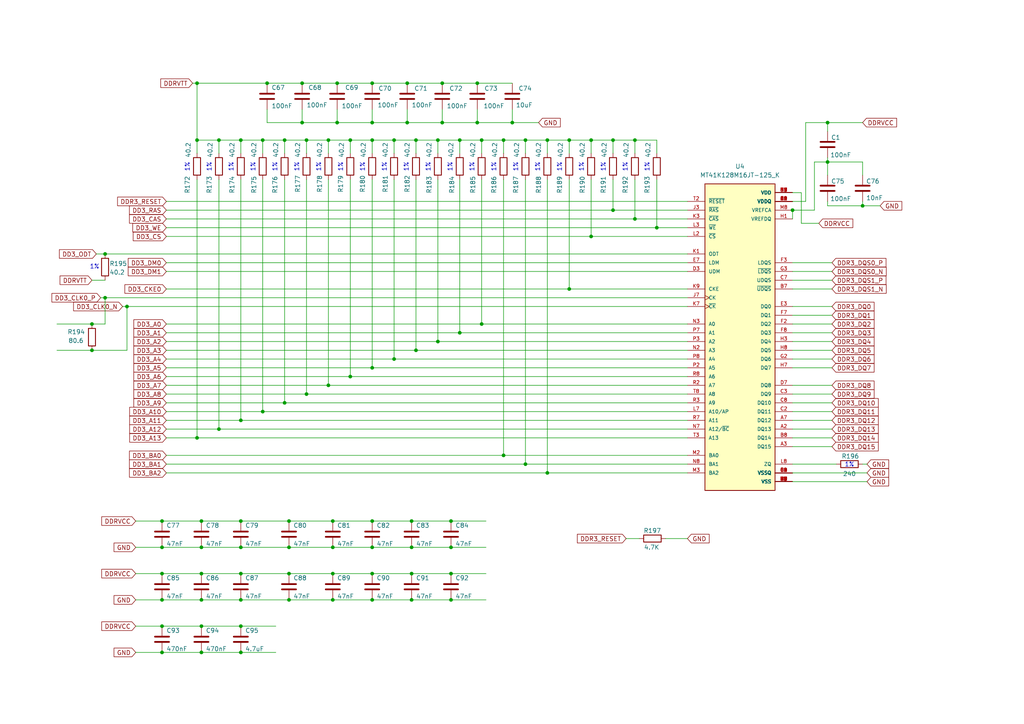
<source format=kicad_sch>
(kicad_sch (version 20231120) (generator "eeschema") (generator_version "8.0")
  (paper "A4")
  (title_block (title "ZYMA_ADC_FPGA") (date "2024-06-28") (rev "V01") (company "SHAKRA INNOVATIONS PVT LIMITED"))
  (lib_symbols
    (symbol "Device:C" (pin_numbers hide) (pin_names (offset 0.254))
      (property "Reference" "C" (at 0.635 2.54 0))
      (property "Value" "C" (at 0.635 -2.54 0))
      (symbol "C_0_1"
        (polyline (pts (xy -2.032 -0.762) (xy 2.032 -0.762)) (stroke (width 0.508)))
        (polyline (pts (xy -2.032 0.762) (xy 2.032 0.762)) (stroke (width 0.508)))
      )
      (symbol "C_1_1"
        (pin passive line (at 0 3.81 270) (length 2.794) (name "~") (number "1"))
        (pin passive line (at 0 -3.81 90) (length 2.794) (name "~") (number "2"))
      )
    )
    (symbol "Device:R" (pin_numbers hide) (pin_names (offset 0))
      (property "Reference" "R" (at 2.032 0 90))
      (property "Value" "R" (at 0 0 90))
      (symbol "R_0_1"
        (rectangle (start -1.016 -2.54) (end 1.016 2.54) (stroke (width 0.254)))
      )
      (symbol "R_1_1"
        (pin passive line (at 0 3.81 270) (length 1.27) (name "~") (number "1"))
        (pin passive line (at 0 -3.81 90) (length 1.27) (name "~") (number "2"))
      )
    )
    (symbol "New_Library:MT41K128M16JT-125_K" (pin_names (offset 1.016))
      (property "Reference" "U" (at -10.1622 48.2704 0))
      (property "Value" "MT41K128M16JT-125_K" (at -10.1707 -43.2253 0))
      (symbol "MT41K128M16JT-125_K_0_0"
        (rectangle (start -10.16 -40.64) (end 10.16 48.26) (stroke (width 0.254)) (fill (type background)))
        (pin power_in line (at 15.24 43.18 180) (length 5.08) (name "VDDQ") (number "A1"))
        (pin bidirectional line (at 15.24 -22.86 180) (length 5.08) (name "DQ13") (number "A2"))
        (pin bidirectional line (at 15.24 -27.94 180) (length 5.08) (name "DQ15") (number "A3"))
        (pin bidirectional line (at 15.24 -20.32 180) (length 5.08) (name "DQ12") (number "A7"))
        (pin power_in line (at 15.24 43.18 180) (length 5.08) (name "VDDQ") (number "A8"))
        (pin passive line (at 15.24 -38.1 180) (length 5.08) (name "VSS") (number "A9"))
        (pin passive line (at 15.24 -35.56 180) (length 5.08) (name "VSSQ") (number "B1"))
        (pin power_in line (at 15.24 45.72 180) (length 5.08) (name "VDD") (number "B2"))
        (pin passive line (at 15.24 -38.1 180) (length 5.08) (name "VSS") (number "B3"))
        (pin bidirectional line (at 15.24 17.78 180) (length 5.08) (name "~{UDQS}") (number "B7"))
        (pin bidirectional line (at 15.24 -25.4 180) (length 5.08) (name "DQ14") (number "B8"))
        (pin passive line (at 15.24 -35.56 180) (length 5.08) (name "VSSQ") (number "B9"))
        (pin power_in line (at 15.24 43.18 180) (length 5.08) (name "VDDQ") (number "C1"))
        (pin bidirectional line (at 15.24 -17.78 180) (length 5.08) (name "DQ11") (number "C2"))
        (pin bidirectional line (at 15.24 -12.7 180) (length 5.08) (name "DQ9") (number "C3"))
        (pin bidirectional line (at 15.24 20.32 180) (length 5.08) (name "UDQS") (number "C7"))
        (pin bidirectional line (at 15.24 -15.24 180) (length 5.08) (name "DQ10") (number "C8"))
        (pin power_in line (at 15.24 43.18 180) (length 5.08) (name "VDDQ") (number "C9"))
        (pin passive line (at 15.24 -35.56 180) (length 5.08) (name "VSSQ") (number "D1"))
        (pin power_in line (at 15.24 43.18 180) (length 5.08) (name "VDDQ") (number "D2"))
        (pin input line (at -15.24 22.86 0) (length 5.08) (name "UDM") (number "D3"))
        (pin bidirectional line (at 15.24 -10.16 180) (length 5.08) (name "DQ8") (number "D7"))
        (pin passive line (at 15.24 -35.56 180) (length 5.08) (name "VSSQ") (number "D8"))
        (pin power_in line (at 15.24 45.72 180) (length 5.08) (name "VDD") (number "D9"))
        (pin passive line (at 15.24 -38.1 180) (length 5.08) (name "VSS") (number "E1"))
        (pin passive line (at 15.24 -35.56 180) (length 5.08) (name "VSSQ") (number "E2"))
        (pin bidirectional line (at 15.24 12.7 180) (length 5.08) (name "DQ0") (number "E3"))
        (pin input line (at -15.24 25.4 0) (length 5.08) (name "LDM") (number "E7"))
        (pin passive line (at 15.24 -35.56 180) (length 5.08) (name "VSSQ") (number "E8"))
        (pin power_in line (at 15.24 43.18 180) (length 5.08) (name "VDDQ") (number "E9"))
        (pin power_in line (at 15.24 43.18 180) (length 5.08) (name "VDDQ") (number "F1"))
        (pin bidirectional line (at 15.24 7.62 180) (length 5.08) (name "DQ2") (number "F2"))
        (pin bidirectional line (at 15.24 25.4 180) (length 5.08) (name "LDQS") (number "F3"))
        (pin bidirectional line (at 15.24 10.16 180) (length 5.08) (name "DQ1") (number "F7"))
        (pin bidirectional line (at 15.24 5.08 180) (length 5.08) (name "DQ3") (number "F8"))
        (pin passive line (at 15.24 -35.56 180) (length 5.08) (name "VSSQ") (number "F9"))
        (pin passive line (at 15.24 -35.56 180) (length 5.08) (name "VSSQ") (number "G1"))
        (pin bidirectional line (at 15.24 -2.54 180) (length 5.08) (name "DQ6") (number "G2"))
        (pin bidirectional line (at 15.24 22.86 180) (length 5.08) (name "~{LDQS}") (number "G3"))
        (pin power_in line (at 15.24 45.72 180) (length 5.08) (name "VDD") (number "G7"))
        (pin passive line (at 15.24 -38.1 180) (length 5.08) (name "VSS") (number "G8"))
        (pin passive line (at 15.24 -35.56 180) (length 5.08) (name "VSSQ") (number "G9"))
        (pin power_in line (at 15.24 38.1 180) (length 5.08) (name "VREFDQ") (number "H1"))
        (pin power_in line (at 15.24 43.18 180) (length 5.08) (name "VDDQ") (number "H2"))
        (pin bidirectional line (at 15.24 2.54 180) (length 5.08) (name "DQ4") (number "H3"))
        (pin bidirectional line (at 15.24 -5.08 180) (length 5.08) (name "DQ7") (number "H7"))
        (pin bidirectional line (at 15.24 0 180) (length 5.08) (name "DQ5") (number "H8"))
        (pin power_in line (at 15.24 43.18 180) (length 5.08) (name "VDDQ") (number "H9"))
        (pin passive line (at 15.24 -38.1 180) (length 5.08) (name "VSS") (number "J2"))
        (pin input line (at -15.24 40.64 0) (length 5.08) (name "~{RAS}") (number "J3"))
        (pin input clock (at -15.24 15.24 0) (length 5.08) (name "CK") (number "J7"))
        (pin passive line (at 15.24 -38.1 180) (length 5.08) (name "VSS") (number "J8"))
        (pin input line (at -15.24 27.94 0) (length 5.08) (name "ODT") (number "K1"))
        (pin power_in line (at 15.24 45.72 180) (length 5.08) (name "VDD") (number "K2"))
        (pin input line (at -15.24 38.1 0) (length 5.08) (name "~{CAS}") (number "K3"))
        (pin input clock (at -15.24 12.7 0) (length 5.08) (name "~{CK}") (number "K7"))
        (pin power_in line (at 15.24 45.72 180) (length 5.08) (name "VDD") (number "K8"))
        (pin input line (at -15.24 17.78 0) (length 5.08) (name "CKE") (number "K9"))
        (pin input line (at -15.24 33.02 0) (length 5.08) (name "~{CS}") (number "L2"))
        (pin input line (at -15.24 35.56 0) (length 5.08) (name "~{WE}") (number "L3"))
        (pin input line (at -15.24 -17.78 0) (length 5.08) (name "A10/AP") (number "L7"))
        (pin passive line (at 15.24 -33.02 180) (length 5.08) (name "ZQ") (number "L8"))
        (pin passive line (at 15.24 -38.1 180) (length 5.08) (name "VSS") (number "M1"))
        (pin input line (at -15.24 -30.48 0) (length 5.08) (name "BA0") (number "M2"))
        (pin input line (at -15.24 -35.56 0) (length 5.08) (name "BA2") (number "M3"))
        (pin power_in line (at 15.24 40.64 180) (length 5.08) (name "VREFCA") (number "M8"))
        (pin passive line (at 15.24 -38.1 180) (length 5.08) (name "VSS") (number "M9"))
        (pin power_in line (at 15.24 45.72 180) (length 5.08) (name "VDD") (number "N1"))
        (pin input line (at -15.24 0 0) (length 5.08) (name "A3") (number "N2"))
        (pin input line (at -15.24 7.62 0) (length 5.08) (name "A0") (number "N3"))
        (pin input line (at -15.24 -22.86 0) (length 5.08) (name "A12/~{BC}") (number "N7"))
        (pin input line (at -15.24 -33.02 0) (length 5.08) (name "BA1") (number "N8"))
        (pin power_in line (at 15.24 45.72 180) (length 5.08) (name "VDD") (number "N9"))
        (pin passive line (at 15.24 -38.1 180) (length 5.08) (name "VSS") (number "P1"))
        (pin input line (at -15.24 -5.08 0) (length 5.08) (name "A5") (number "P2"))
        (pin input line (at -15.24 2.54 0) (length 5.08) (name "A2") (number "P3"))
        (pin input line (at -15.24 5.08 0) (length 5.08) (name "A1") (number "P7"))
        (pin input line (at -15.24 -2.54 0) (length 5.08) (name "A4") (number "P8"))
        (pin passive line (at 15.24 -38.1 180) (length 5.08) (name "VSS") (number "P9"))
        (pin power_in line (at 15.24 45.72 180) (length 5.08) (name "VDD") (number "R1"))
        (pin input line (at -15.24 -10.16 0) (length 5.08) (name "A7") (number "R2"))
        (pin input line (at -15.24 -15.24 0) (length 5.08) (name "A9") (number "R3"))
        (pin input line (at -15.24 -20.32 0) (length 5.08) (name "A11") (number "R7"))
        (pin input line (at -15.24 -7.62 0) (length 5.08) (name "A6") (number "R8"))
        (pin power_in line (at 15.24 45.72 180) (length 5.08) (name "VDD") (number "R9"))
        (pin passive line (at 15.24 -38.1 180) (length 5.08) (name "VSS") (number "T1"))
        (pin input line (at -15.24 43.18 0) (length 5.08) (name "~{RESET}") (number "T2"))
        (pin input line (at -15.24 -25.4 0) (length 5.08) (name "A13") (number "T3"))
        (pin input line (at -15.24 -12.7 0) (length 5.08) (name "A8") (number "T8"))
        (pin passive line (at 15.24 -38.1 180) (length 5.08) (name "VSS") (number "T9"))
      )
    )
  )
  (junction (at 133.35 40.64))
  (junction (at 177.8 40.64))
  (junction (at 158.75 40.64))
  (junction (at 82.55 116.84))
  (junction (at 57.15 40.64))
  (junction (at 95.25 111.76))
  (junction (at 107.95 158.75))
  (junction (at 58.42 181.61))
  (junction (at 158.75 137.16))
  (junction (at 58.42 158.75))
  (junction (at 87.63 24.13))
  (junction (at 139.7 40.64))
  (junction (at 118.11 24.13))
  (junction (at 95.25 40.64))
  (junction (at 128.27 35.56))
  (junction (at 119.38 158.75))
  (junction (at 46.99 189.23))
  (junction (at 88.9 40.64))
  (junction (at 97.79 24.13))
  (junction (at 146.05 132.08))
  (junction (at 76.2 119.38))
  (junction (at 138.43 24.13))
  (junction (at 107.95 166.37))
  (junction (at 46.99 181.61))
  (junction (at 171.45 68.58))
  (junction (at 120.65 101.6))
  (junction (at 63.5 40.64))
  (junction (at 96.52 166.37))
  (junction (at 107.95 24.13))
  (junction (at 165.1 40.64))
  (junction (at 127 40.64))
  (junction (at 30.48 86.36))
  (junction (at 26.67 93.98))
  (junction (at 83.82 158.75))
  (junction (at 83.82 166.37))
  (junction (at 107.95 173.99))
  (junction (at 69.85 181.61))
  (junction (at 69.85 166.37))
  (junction (at 96.52 158.75))
  (junction (at 87.63 35.56))
  (junction (at 152.4 40.64))
  (junction (at 69.85 40.64))
  (junction (at 130.81 173.99))
  (junction (at 130.81 151.13))
  (junction (at 96.52 173.99))
  (junction (at 229.87 60.96))
  (junction (at 26.67 101.6))
  (junction (at 58.42 173.99))
  (junction (at 69.85 151.13))
  (junction (at 82.55 40.64))
  (junction (at 138.43 35.56))
  (junction (at 240.03 35.56))
  (junction (at 58.42 166.37))
  (junction (at 101.6 109.22))
  (junction (at 46.99 151.13))
  (junction (at 139.7 93.98))
  (junction (at 114.3 104.14))
  (junction (at 76.2 40.64))
  (junction (at 69.85 158.75))
  (junction (at 46.99 173.99))
  (junction (at 101.6 40.64))
  (junction (at 88.9 114.3))
  (junction (at 83.82 151.13))
  (junction (at 165.1 83.82))
  (junction (at 128.27 24.13))
  (junction (at 46.99 166.37))
  (junction (at 97.79 35.56))
  (junction (at 119.38 173.99))
  (junction (at 146.05 40.64))
  (junction (at 57.15 127))
  (junction (at 58.42 151.13))
  (junction (at 152.4 134.62))
  (junction (at 171.45 40.64))
  (junction (at 83.82 173.99))
  (junction (at 77.47 24.13))
  (junction (at 46.99 158.75))
  (junction (at 69.85 189.23))
  (junction (at 69.85 173.99))
  (junction (at 127 99.06))
  (junction (at 96.52 151.13))
  (junction (at 133.35 96.52))
  (junction (at 190.5 66.04))
  (junction (at 184.15 63.5))
  (junction (at 130.81 166.37))
  (junction (at 58.42 189.23))
  (junction (at 119.38 151.13))
  (junction (at 114.3 40.64))
  (junction (at 119.38 166.37))
  (junction (at 30.48 73.66))
  (junction (at 57.15 24.13))
  (junction (at 69.85 121.92))
  (junction (at 120.65 40.64))
  (junction (at 107.95 106.68))
  (junction (at 148.59 35.56))
  (junction (at 107.95 40.64))
  (junction (at 118.11 35.56))
  (junction (at 107.95 151.13))
  (junction (at 240.03 46.99))
  (junction (at 63.5 124.46))
  (junction (at 36.83 88.9))
  (junction (at 107.95 35.56))
  (junction (at 130.81 158.75))
  (junction (at 177.8 60.96))
  (junction (at 184.15 40.64))
  (junction (at 250.19 59.69))
  (wire (pts (xy 165.1 40.64) (xy 171.45 40.64)))
  (wire (pts (xy 69.85 189.23) (xy 80.01 189.23)))
  (wire (pts (xy 87.63 35.56) (xy 97.79 35.56)))
  (wire (pts (xy 165.1 52.07) (xy 165.1 83.82)))
  (wire (pts (xy 250.19 46.99) (xy 250.19 50.8)))
  (wire (pts (xy 241.3 129.54) (xy 229.87 129.54)))
  (wire (pts (xy 57.15 127) (xy 199.39 127)))
  (wire (pts (xy 36.83 88.9) (xy 36.83 101.6)))
  (wire (pts (xy 48.26 99.06) (xy 127 99.06)))
  (wire (pts (xy 146.05 132.08) (xy 199.39 132.08)))
  (wire (pts (xy 233.68 35.56) (xy 240.03 35.56)))
  (wire (pts (xy 48.26 83.82) (xy 165.1 83.82)))
  (wire (pts (xy 48.26 106.68) (xy 107.95 106.68)))
  (wire (pts (xy 107.95 31.75) (xy 107.95 35.56)))
  (wire (pts (xy 127 99.06) (xy 199.39 99.06)))
  (wire (pts (xy 107.95 24.13) (xy 118.11 24.13)))
  (wire (pts (xy 63.5 52.07) (xy 63.5 124.46)))
  (wire (pts (xy 240.03 46.99) (xy 250.19 46.99)))
  (wire (pts (xy 36.83 88.9) (xy 199.39 88.9)))
  (wire (pts (xy 241.3 81.28) (xy 229.87 81.28)))
  (wire (pts (xy 233.68 58.42) (xy 233.68 35.56)))
  (wire (pts (xy 46.99 173.99) (xy 58.42 173.99)))
  (wire (pts (xy 165.1 40.64) (xy 165.1 44.45)))
  (wire (pts (xy 177.8 52.07) (xy 177.8 60.96)))
  (wire (pts (xy 177.8 40.64) (xy 184.15 40.64)))
  (wire (pts (xy 16.51 93.98) (xy 26.67 93.98)))
  (wire (pts (xy 76.2 52.07) (xy 76.2 119.38)))
  (wire (pts (xy 48.26 104.14) (xy 114.3 104.14)))
  (wire (pts (xy 58.42 173.99) (xy 69.85 173.99)))
  (wire (pts (xy 241.3 96.52) (xy 229.87 96.52)))
  (wire (pts (xy 184.15 40.64) (xy 184.15 44.45)))
  (wire (pts (xy 240.03 35.56) (xy 250.19 35.56)))
  (wire (pts (xy 26.67 81.28) (xy 30.48 81.28)))
  (wire (pts (xy 236.22 60.96) (xy 236.22 46.99)))
  (wire (pts (xy 48.26 114.3) (xy 88.9 114.3)))
  (wire (pts (xy 63.5 40.64) (xy 69.85 40.64)))
  (wire (pts (xy 107.95 166.37) (xy 119.38 166.37)))
  (wire (pts (xy 76.2 40.64) (xy 82.55 40.64)))
  (wire (pts (xy 148.59 31.75) (xy 148.59 35.56)))
  (wire (pts (xy 69.85 52.07) (xy 69.85 121.92)))
  (wire (pts (xy 48.26 63.5) (xy 184.15 63.5)))
  (wire (pts (xy 26.67 101.6) (xy 36.83 101.6)))
  (wire (pts (xy 138.43 24.13) (xy 148.59 24.13)))
  (wire (pts (xy 101.6 40.64) (xy 107.95 40.64)))
  (wire (pts (xy 119.38 173.99) (xy 130.81 173.99)))
  (wire (pts (xy 58.42 189.23) (xy 69.85 189.23)))
  (wire (pts (xy 190.5 40.64) (xy 190.5 44.45)))
  (wire (pts (xy 77.47 24.13) (xy 87.63 24.13)))
  (wire (pts (xy 35.56 88.9) (xy 36.83 88.9)))
  (wire (pts (xy 240.03 59.69) (xy 250.19 59.69)))
  (wire (pts (xy 63.5 40.64) (xy 63.5 44.45)))
  (wire (pts (xy 229.87 55.88) (xy 232.41 55.88)))
  (wire (pts (xy 251.46 139.7) (xy 229.87 139.7)))
  (wire (pts (xy 82.55 52.07) (xy 82.55 116.84)))
  (wire (pts (xy 30.48 93.98) (xy 26.67 93.98)))
  (wire (pts (xy 29.21 86.36) (xy 30.48 86.36)))
  (wire (pts (xy 138.43 35.56) (xy 148.59 35.56)))
  (wire (pts (xy 46.99 166.37) (xy 58.42 166.37)))
  (wire (pts (xy 48.26 58.42) (xy 199.39 58.42)))
  (wire (pts (xy 57.15 40.64) (xy 57.15 44.45)))
  (wire (pts (xy 240.03 45.72) (xy 240.03 46.99)))
  (wire (pts (xy 83.82 151.13) (xy 96.52 151.13)))
  (wire (pts (xy 171.45 52.07) (xy 171.45 68.58)))
  (wire (pts (xy 88.9 40.64) (xy 95.25 40.64)))
  (wire (pts (xy 48.26 109.22) (xy 101.6 109.22)))
  (wire (pts (xy 87.63 31.75) (xy 87.63 35.56)))
  (wire (pts (xy 95.25 40.64) (xy 101.6 40.64)))
  (wire (pts (xy 232.41 55.88) (xy 232.41 64.77)))
  (wire (pts (xy 48.26 101.6) (xy 120.65 101.6)))
  (wire (pts (xy 55.88 24.13) (xy 57.15 24.13)))
  (wire (pts (xy 48.26 132.08) (xy 146.05 132.08)))
  (wire (pts (xy 158.75 40.64) (xy 165.1 40.64)))
  (wire (pts (xy 107.95 106.68) (xy 199.39 106.68)))
  (wire (pts (xy 97.79 24.13) (xy 107.95 24.13)))
  (wire (pts (xy 69.85 121.92) (xy 199.39 121.92)))
  (wire (pts (xy 229.87 58.42) (xy 233.68 58.42)))
  (wire (pts (xy 184.15 63.5) (xy 199.39 63.5)))
  (wire (pts (xy 77.47 35.56) (xy 87.63 35.56)))
  (wire (pts (xy 139.7 52.07) (xy 139.7 93.98)))
  (wire (pts (xy 158.75 40.64) (xy 158.75 44.45)))
  (wire (pts (xy 133.35 40.64) (xy 133.35 44.45)))
  (wire (pts (xy 119.38 158.75) (xy 130.81 158.75)))
  (wire (pts (xy 128.27 24.13) (xy 138.43 24.13)))
  (wire (pts (xy 120.65 40.64) (xy 120.65 44.45)))
  (wire (pts (xy 229.87 134.62) (xy 242.57 134.62)))
  (wire (pts (xy 250.19 59.69) (xy 255.27 59.69)))
  (wire (pts (xy 181.61 156.21) (xy 185.42 156.21)))
  (wire (pts (xy 232.41 64.77) (xy 237.49 64.77)))
  (wire (pts (xy 229.87 60.96) (xy 229.87 63.5)))
  (wire (pts (xy 88.9 114.3) (xy 199.39 114.3)))
  (wire (pts (xy 158.75 52.07) (xy 158.75 137.16)))
  (wire (pts (xy 190.5 52.07) (xy 190.5 66.04)))
  (wire (pts (xy 82.55 40.64) (xy 82.55 44.45)))
  (wire (pts (xy 146.05 40.64) (xy 152.4 40.64)))
  (wire (pts (xy 57.15 40.64) (xy 63.5 40.64)))
  (wire (pts (xy 48.26 93.98) (xy 139.7 93.98)))
  (wire (pts (xy 236.22 46.99) (xy 240.03 46.99)))
  (wire (pts (xy 107.95 151.13) (xy 119.38 151.13)))
  (wire (pts (xy 69.85 151.13) (xy 83.82 151.13)))
  (wire (pts (xy 95.25 52.07) (xy 95.25 111.76)))
  (wire (pts (xy 107.95 40.64) (xy 114.3 40.64)))
  (wire (pts (xy 39.37 158.75) (xy 46.99 158.75)))
  (wire (pts (xy 241.3 78.74) (xy 229.87 78.74)))
  (wire (pts (xy 76.2 119.38) (xy 199.39 119.38)))
  (wire (pts (xy 177.8 60.96) (xy 199.39 60.96)))
  (wire (pts (xy 241.3 101.6) (xy 229.87 101.6)))
  (wire (pts (xy 101.6 40.64) (xy 101.6 44.45)))
  (wire (pts (xy 241.3 76.2) (xy 229.87 76.2)))
  (wire (pts (xy 48.26 60.96) (xy 177.8 60.96)))
  (wire (pts (xy 114.3 40.64) (xy 114.3 44.45)))
  (wire (pts (xy 48.26 96.52) (xy 133.35 96.52)))
  (wire (pts (xy 101.6 109.22) (xy 199.39 109.22)))
  (wire (pts (xy 30.48 86.36) (xy 199.39 86.36)))
  (wire (pts (xy 83.82 158.75) (xy 96.52 158.75)))
  (wire (pts (xy 46.99 189.23) (xy 58.42 189.23)))
  (wire (pts (xy 39.37 189.23) (xy 46.99 189.23)))
  (wire (pts (xy 30.48 86.36) (xy 30.48 93.98)))
  (wire (pts (xy 184.15 52.07) (xy 184.15 63.5)))
  (wire (pts (xy 95.25 111.76) (xy 199.39 111.76)))
  (wire (pts (xy 171.45 40.64) (xy 177.8 40.64)))
  (wire (pts (xy 69.85 40.64) (xy 76.2 40.64)))
  (wire (pts (xy 48.26 78.74) (xy 199.39 78.74)))
  (wire (pts (xy 184.15 40.64) (xy 190.5 40.64)))
  (wire (pts (xy 48.26 137.16) (xy 158.75 137.16)))
  (wire (pts (xy 120.65 101.6) (xy 199.39 101.6)))
  (wire (pts (xy 27.94 73.66) (xy 30.48 73.66)))
  (wire (pts (xy 133.35 96.52) (xy 199.39 96.52)))
  (wire (pts (xy 48.26 134.62) (xy 152.4 134.62)))
  (wire (pts (xy 87.63 24.13) (xy 97.79 24.13)))
  (wire (pts (xy 241.3 121.92) (xy 229.87 121.92)))
  (wire (pts (xy 241.3 119.38) (xy 229.87 119.38)))
  (wire (pts (xy 57.15 24.13) (xy 57.15 40.64)))
  (wire (pts (xy 165.1 83.82) (xy 199.39 83.82)))
  (wire (pts (xy 107.95 52.07) (xy 107.95 106.68)))
  (wire (pts (xy 251.46 134.62) (xy 250.19 134.62)))
  (wire (pts (xy 199.39 156.21) (xy 193.04 156.21)))
  (wire (pts (xy 57.15 52.07) (xy 57.15 127)))
  (wire (pts (xy 77.47 31.75) (xy 77.47 35.56)))
  (wire (pts (xy 139.7 40.64) (xy 139.7 44.45)))
  (wire (pts (xy 114.3 104.14) (xy 199.39 104.14)))
  (wire (pts (xy 139.7 93.98) (xy 199.39 93.98)))
  (wire (pts (xy 58.42 166.37) (xy 69.85 166.37)))
  (wire (pts (xy 58.42 181.61) (xy 69.85 181.61)))
  (wire (pts (xy 118.11 35.56) (xy 128.27 35.56)))
  (wire (pts (xy 107.95 173.99) (xy 119.38 173.99)))
  (wire (pts (xy 88.9 52.07) (xy 88.9 114.3)))
  (wire (pts (xy 241.3 111.76) (xy 229.87 111.76)))
  (wire (pts (xy 229.87 60.96) (xy 236.22 60.96)))
  (wire (pts (xy 152.4 40.64) (xy 158.75 40.64)))
  (wire (pts (xy 82.55 40.64) (xy 88.9 40.64)))
  (wire (pts (xy 48.26 127) (xy 57.15 127)))
  (wire (pts (xy 48.26 68.58) (xy 171.45 68.58)))
  (wire (pts (xy 241.3 93.98) (xy 229.87 93.98)))
  (wire (pts (xy 146.05 52.07) (xy 146.05 132.08)))
  (wire (pts (xy 58.42 151.13) (xy 69.85 151.13)))
  (wire (pts (xy 130.81 166.37) (xy 140.97 166.37)))
  (wire (pts (xy 241.3 116.84) (xy 229.87 116.84)))
  (wire (pts (xy 127 52.07) (xy 127 99.06)))
  (wire (pts (xy 96.52 173.99) (xy 107.95 173.99)))
  (wire (pts (xy 96.52 166.37) (xy 107.95 166.37)))
  (wire (pts (xy 88.9 40.64) (xy 88.9 44.45)))
  (wire (pts (xy 46.99 151.13) (xy 58.42 151.13)))
  (wire (pts (xy 69.85 173.99) (xy 83.82 173.99)))
  (wire (pts (xy 114.3 52.07) (xy 114.3 104.14)))
  (wire (pts (xy 146.05 40.64) (xy 146.05 44.45)))
  (wire (pts (xy 250.19 59.69) (xy 250.19 58.42)))
  (wire (pts (xy 69.85 181.61) (xy 80.01 181.61)))
  (wire (pts (xy 241.3 91.44) (xy 229.87 91.44)))
  (wire (pts (xy 83.82 173.99) (xy 96.52 173.99)))
  (wire (pts (xy 130.81 158.75) (xy 140.97 158.75)))
  (wire (pts (xy 101.6 52.07) (xy 101.6 109.22)))
  (wire (pts (xy 39.37 151.13) (xy 46.99 151.13)))
  (wire (pts (xy 130.81 173.99) (xy 140.97 173.99)))
  (wire (pts (xy 97.79 31.75) (xy 97.79 35.56)))
  (wire (pts (xy 138.43 31.75) (xy 138.43 35.56)))
  (wire (pts (xy 128.27 35.56) (xy 138.43 35.56)))
  (wire (pts (xy 39.37 181.61) (xy 46.99 181.61)))
  (wire (pts (xy 97.79 35.56) (xy 107.95 35.56)))
  (wire (pts (xy 128.27 31.75) (xy 128.27 35.56)))
  (wire (pts (xy 107.95 35.56) (xy 118.11 35.56)))
  (wire (pts (xy 241.3 114.3) (xy 229.87 114.3)))
  (wire (pts (xy 95.25 40.64) (xy 95.25 44.45)))
  (wire (pts (xy 107.95 158.75) (xy 119.38 158.75)))
  (wire (pts (xy 119.38 151.13) (xy 130.81 151.13)))
  (wire (pts (xy 82.55 116.84) (xy 199.39 116.84)))
  (wire (pts (xy 96.52 151.13) (xy 107.95 151.13)))
  (wire (pts (xy 241.3 124.46) (xy 229.87 124.46)))
  (wire (pts (xy 46.99 181.61) (xy 58.42 181.61)))
  (wire (pts (xy 58.42 158.75) (xy 69.85 158.75)))
  (wire (pts (xy 76.2 40.64) (xy 76.2 44.45)))
  (wire (pts (xy 120.65 40.64) (xy 127 40.64)))
  (wire (pts (xy 133.35 40.64) (xy 139.7 40.64)))
  (wire (pts (xy 241.3 99.06) (xy 229.87 99.06)))
  (wire (pts (xy 69.85 166.37) (xy 83.82 166.37)))
  (wire (pts (xy 48.26 121.92) (xy 69.85 121.92)))
  (wire (pts (xy 39.37 166.37) (xy 46.99 166.37)))
  (wire (pts (xy 48.26 111.76) (xy 95.25 111.76)))
  (wire (pts (xy 139.7 40.64) (xy 146.05 40.64)))
  (wire (pts (xy 127 40.64) (xy 127 44.45)))
  (wire (pts (xy 152.4 40.64) (xy 152.4 44.45)))
  (wire (pts (xy 96.52 158.75) (xy 107.95 158.75)))
  (wire (pts (xy 16.51 101.6) (xy 26.67 101.6)))
  (wire (pts (xy 69.85 158.75) (xy 83.82 158.75)))
  (wire (pts (xy 48.26 66.04) (xy 190.5 66.04)))
  (wire (pts (xy 127 40.64) (xy 133.35 40.64)))
  (wire (pts (xy 158.75 137.16) (xy 199.39 137.16)))
  (wire (pts (xy 57.15 24.13) (xy 77.47 24.13)))
  (wire (pts (xy 48.26 76.2) (xy 199.39 76.2)))
  (wire (pts (xy 119.38 166.37) (xy 130.81 166.37)))
  (wire (pts (xy 46.99 158.75) (xy 58.42 158.75)))
  (wire (pts (xy 171.45 40.64) (xy 171.45 44.45)))
  (wire (pts (xy 177.8 40.64) (xy 177.8 44.45)))
  (wire (pts (xy 48.26 124.46) (xy 63.5 124.46)))
  (wire (pts (xy 130.81 151.13) (xy 140.97 151.13)))
  (wire (pts (xy 107.95 40.64) (xy 107.95 44.45)))
  (wire (pts (xy 39.37 173.99) (xy 46.99 173.99)))
  (wire (pts (xy 114.3 40.64) (xy 120.65 40.64)))
  (wire (pts (xy 152.4 52.07) (xy 152.4 134.62)))
  (wire (pts (xy 240.03 35.56) (xy 240.03 38.1)))
  (wire (pts (xy 171.45 68.58) (xy 199.39 68.58)))
  (wire (pts (xy 69.85 40.64) (xy 69.85 44.45)))
  (wire (pts (xy 241.3 88.9) (xy 229.87 88.9)))
  (wire (pts (xy 83.82 166.37) (xy 96.52 166.37)))
  (wire (pts (xy 190.5 66.04) (xy 199.39 66.04)))
  (wire (pts (xy 148.59 35.56) (xy 156.21 35.56)))
  (wire (pts (xy 251.46 137.16) (xy 229.87 137.16)))
  (wire (pts (xy 240.03 58.42) (xy 240.03 59.69)))
  (wire (pts (xy 241.3 104.14) (xy 229.87 104.14)))
  (wire (pts (xy 241.3 83.82) (xy 229.87 83.82)))
  (wire (pts (xy 152.4 134.62) (xy 199.39 134.62)))
  (wire (pts (xy 133.35 52.07) (xy 133.35 96.52)))
  (wire (pts (xy 63.5 124.46) (xy 199.39 124.46)))
  (wire (pts (xy 118.11 24.13) (xy 128.27 24.13)))
  (wire (pts (xy 30.48 73.66) (xy 199.39 73.66)))
  (wire (pts (xy 118.11 31.75) (xy 118.11 35.56)))
  (wire (pts (xy 120.65 52.07) (xy 120.65 101.6)))
  (wire (pts (xy 241.3 127) (xy 229.87 127)))
  (wire (pts (xy 48.26 116.84) (xy 82.55 116.84)))
  (wire (pts (xy 241.3 106.68) (xy 229.87 106.68)))
  (wire (pts (xy 240.03 46.99) (xy 240.03 50.8)))
  (wire (pts (xy 48.26 119.38) (xy 76.2 119.38)))
  (text "1%" (at 130.556 48.514 90) (effects (font (size 1.27 1.27))))
  (text "1%" (at 73.406 48.514 90) (effects (font (size 1.27 1.27))))
  (text "1%" (at 168.656 48.514 90) (effects (font (size 1.27 1.27))))
  (text "1%" (at 187.706 48.514 90) (effects (font (size 1.27 1.27))))
  (text "1%" (at 246.38 134.874 0) (effects (font (size 1.27 1.27))))
  (text "1%" (at 117.856 48.514 90) (effects (font (size 1.27 1.27))))
  (text "1%" (at 175.006 48.514 90) (effects (font (size 1.27 1.27))))
  (text "1%" (at 143.256 48.514 90) (effects (font (size 1.27 1.27))))
  (text "1%" (at 105.156 48.514 90) (effects (font (size 1.27 1.27))))
  (text "1%" (at 111.506 48.514 90) (effects (font (size 1.27 1.27))))
  (text "1%" (at 124.206 48.514 90) (effects (font (size 1.27 1.27))))
  (text "1%" (at 136.906 48.514 90) (effects (font (size 1.27 1.27))))
  (text "1%" (at 67.056 48.514 90) (effects (font (size 1.27 1.27))))
  (text "1%" (at 86.106 48.514 90) (effects (font (size 1.27 1.27))))
  (text "1%" (at 181.356 48.514 90) (effects (font (size 1.27 1.27))))
  (text "1%" (at 92.456 48.514 90) (effects (font (size 1.27 1.27))))
  (text "1%" (at 54.356 48.514 90) (effects (font (size 1.27 1.27))))
  (text "1%" (at 27.432 77.47 0) (effects (font (size 1.27 1.27))))
  (text "1%" (at 79.756 48.514 90) (effects (font (size 1.27 1.27))))
  (text "1%" (at 149.606 48.514 90) (effects (font (size 1.27 1.27))))
  (text "1%" (at 162.306 48.514 90) (effects (font (size 1.27 1.27))))
  (text "1%" (at 98.806 48.514 90) (effects (font (size 1.27 1.27))))
  (text "1%" (at 155.956 48.514 90) (effects (font (size 1.27 1.27))))
  (text "1%" (at 60.706 48.514 90) (effects (font (size 1.27 1.27))))
  (global_label "DDR3_DQ7" (shape input) (at 241.3 106.68 0) (property "Intersheetrefs" "${INTERSHEET_REFS}" (effects (hide yes))))
  (global_label "DDRVCC" (shape input) (at 39.37 151.13 180) (property "Intersheetrefs" "${INTERSHEET_REFS}" (effects (hide yes))))
  (global_label "DDR3_DQ12" (shape input) (at 241.3 121.92 0) (property "Intersheetrefs" "${INTERSHEET_REFS}" (effects (hide yes))))
  (global_label "DD3_A0" (shape input) (at 48.26 93.98 180) (property "Intersheetrefs" "${INTERSHEET_REFS}" (effects (hide yes))))
  (global_label "DD3_A2" (shape input) (at 48.26 99.06 180) (property "Intersheetrefs" "${INTERSHEET_REFS}" (effects (hide yes))))
  (global_label "DDR3_DQ10" (shape input) (at 241.3 116.84 0) (property "Intersheetrefs" "${INTERSHEET_REFS}" (effects (hide yes))))
  (global_label "DD3_A9" (shape input) (at 48.26 116.84 180) (property "Intersheetrefs" "${INTERSHEET_REFS}" (effects (hide yes))))
  (global_label "DDRVCC" (shape input) (at 39.37 166.37 180) (property "Intersheetrefs" "${INTERSHEET_REFS}" (effects (hide yes))))
  (global_label "DDR3_DQ5" (shape input) (at 241.3 101.6 0) (property "Intersheetrefs" "${INTERSHEET_REFS}" (effects (hide yes))))
  (global_label "DDRVCC" (shape input) (at 237.49 64.77 0) (property "Intersheetrefs" "${INTERSHEET_REFS}" (effects (hide yes))))
  (global_label "DDR3_DQ0" (shape input) (at 241.3 88.9 0) (property "Intersheetrefs" "${INTERSHEET_REFS}" (effects (hide yes))))
  (global_label "DD3_A3" (shape input) (at 48.26 101.6 180) (property "Intersheetrefs" "${INTERSHEET_REFS}" (effects (hide yes))))
  (global_label "GND" (shape input) (at 251.46 137.16 0) (property "Intersheetrefs" "${INTERSHEET_REFS}" (effects (hide yes))))
  (global_label "GND" (shape input) (at 156.21 35.56 0) (property "Intersheetrefs" "${INTERSHEET_REFS}" (effects (hide yes))))
  (global_label "DD3_DM1" (shape input) (at 48.26 78.74 180) (property "Intersheetrefs" "${INTERSHEET_REFS}" (effects (hide yes))))
  (global_label "DDR3_DQ2" (shape input) (at 241.3 93.98 0) (property "Intersheetrefs" "${INTERSHEET_REFS}" (effects (hide yes))))
  (global_label "DD3_A6" (shape input) (at 48.26 109.22 180) (property "Intersheetrefs" "${INTERSHEET_REFS}" (effects (hide yes))))
  (global_label "GND" (shape input) (at 199.39 156.21 0) (property "Intersheetrefs" "${INTERSHEET_REFS}" (effects (hide yes))))
  (global_label "GND" (shape input) (at 251.46 134.62 0) (property "Intersheetrefs" "${INTERSHEET_REFS}" (effects (hide yes))))
  (global_label "DDR3_DQS1_N" (shape input) (at 241.3 83.82 0) (property "Intersheetrefs" "${INTERSHEET_REFS}" (effects (hide yes))))
  (global_label "DD3_BA0" (shape input) (at 48.26 132.08 180) (property "Intersheetrefs" "${INTERSHEET_REFS}" (effects (hide yes))))
  (global_label "DDR3_RESET" (shape input) (at 48.26 58.42 180) (property "Intersheetrefs" "${INTERSHEET_REFS}" (effects (hide yes))))
  (global_label "DDR3_DQ14" (shape input) (at 241.3 127 0) (property "Intersheetrefs" "${INTERSHEET_REFS}" (effects (hide yes))))
  (global_label "DDR3_DQ13" (shape input) (at 241.3 124.46 0) (property "Intersheetrefs" "${INTERSHEET_REFS}" (effects (hide yes))))
  (global_label "DD3_CS" (shape input) (at 48.26 68.58 180) (property "Intersheetrefs" "${INTERSHEET_REFS}" (effects (hide yes))))
  (global_label "DDR3_DQS0_N" (shape input) (at 241.3 78.74 0) (property "Intersheetrefs" "${INTERSHEET_REFS}" (effects (hide yes))))
  (global_label "GND" (shape input) (at 39.37 173.99 180) (property "Intersheetrefs" "${INTERSHEET_REFS}" (effects (hide yes))))
  (global_label "DDR3_DQS1_P" (shape input) (at 241.3 81.28 0) (property "Intersheetrefs" "${INTERSHEET_REFS}" (effects (hide yes))))
  (global_label "DD3_A8" (shape input) (at 48.26 114.3 180) (property "Intersheetrefs" "${INTERSHEET_REFS}" (effects (hide yes))))
  (global_label "DD3_BA2" (shape input) (at 48.26 137.16 180) (property "Intersheetrefs" "${INTERSHEET_REFS}" (effects (hide yes))))
  (global_label "DD3_A7" (shape input) (at 48.26 111.76 180) (property "Intersheetrefs" "${INTERSHEET_REFS}" (effects (hide yes))))
  (global_label "DDR3_DQ9" (shape input) (at 241.3 114.3 0) (property "Intersheetrefs" "${INTERSHEET_REFS}" (effects (hide yes))))
  (global_label "DDR3_DQS0_P" (shape input) (at 241.3 76.2 0) (property "Intersheetrefs" "${INTERSHEET_REFS}" (effects (hide yes))))
  (global_label "GND" (shape input) (at 39.37 189.23 180) (property "Intersheetrefs" "${INTERSHEET_REFS}" (effects (hide yes))))
  (global_label "GND" (shape input) (at 39.37 158.75 180) (property "Intersheetrefs" "${INTERSHEET_REFS}" (effects (hide yes))))
  (global_label "DD3_WE" (shape input) (at 48.26 66.04 180) (property "Intersheetrefs" "${INTERSHEET_REFS}" (effects (hide yes))))
  (global_label "DD3_A4" (shape input) (at 48.26 104.14 180) (property "Intersheetrefs" "${INTERSHEET_REFS}" (effects (hide yes))))
  (global_label "DD3_A1" (shape input) (at 48.26 96.52 180) (property "Intersheetrefs" "${INTERSHEET_REFS}" (effects (hide yes))))
  (global_label "DD3_A12" (shape input) (at 48.26 124.46 180) (property "Intersheetrefs" "${INTERSHEET_REFS}" (effects (hide yes))))
  (global_label "GND" (shape input) (at 255.27 59.69 0) (property "Intersheetrefs" "${INTERSHEET_REFS}" (effects (hide yes))))
  (global_label "DDRVCC" (shape input) (at 250.19 35.56 0) (property "Intersheetrefs" "${INTERSHEET_REFS}" (effects (hide yes))))
  (global_label "DDR3_DQ6" (shape input) (at 241.3 104.14 0) (property "Intersheetrefs" "${INTERSHEET_REFS}" (effects (hide yes))))
  (global_label "DDR3_DQ4" (shape input) (at 241.3 99.06 0) (property "Intersheetrefs" "${INTERSHEET_REFS}" (effects (hide yes))))
  (global_label "DDRVCC" (shape input) (at 39.37 181.61 180) (property "Intersheetrefs" "${INTERSHEET_REFS}" (effects (hide yes))))
  (global_label "DD3_CLK0_N" (shape input) (at 35.56 88.9 180) (property "Intersheetrefs" "${INTERSHEET_REFS}" (effects (hide yes))))
  (global_label "DD3_A13" (shape input) (at 48.26 127 180) (property "Intersheetrefs" "${INTERSHEET_REFS}" (effects (hide yes))))
  (global_label "DDR3_DQ11" (shape input) (at 241.3 119.38 0) (property "Intersheetrefs" "${INTERSHEET_REFS}" (effects (hide yes))))
  (global_label "DDRVTT" (shape input) (at 26.67 81.28 180) (property "Intersheetrefs" "${INTERSHEET_REFS}" (effects (hide yes))))
  (global_label "DD3_A10" (shape input) (at 48.26 119.38 180) (property "Intersheetrefs" "${INTERSHEET_REFS}" (effects (hide yes))))
  (global_label "DDR3_DQ3" (shape input) (at 241.3 96.52 0) (property "Intersheetrefs" "${INTERSHEET_REFS}" (effects (hide yes))))
  (global_label "DD3_CLK0_P" (shape input) (at 29.21 86.36 180) (property "Intersheetrefs" "${INTERSHEET_REFS}" (effects (hide yes))))
  (global_label "GND" (shape input) (at 251.46 139.7 0) (property "Intersheetrefs" "${INTERSHEET_REFS}" (effects (hide yes))))
  (global_label "DD3_RAS" (shape input) (at 48.26 60.96 180) (property "Intersheetrefs" "${INTERSHEET_REFS}" (effects (hide yes))))
  (global_label "DD3_CAS" (shape input) (at 48.26 63.5 180) (property "Intersheetrefs" "${INTERSHEET_REFS}" (effects (hide yes))))
  (global_label "DD3_CKE0" (shape input) (at 48.26 83.82 180) (property "Intersheetrefs" "${INTERSHEET_REFS}" (effects (hide yes))))
  (global_label "DDR3_DQ1" (shape input) (at 241.3 91.44 0) (property "Intersheetrefs" "${INTERSHEET_REFS}" (effects (hide yes))))
  (global_label "DDRVTT" (shape input) (at 55.88 24.13 180) (property "Intersheetrefs" "${INTERSHEET_REFS}" (effects (hide yes))))
  (global_label "DD3_BA1" (shape input) (at 48.26 134.62 180) (property "Intersheetrefs" "${INTERSHEET_REFS}" (effects (hide yes))))
  (global_label "DDR3_DQ15" (shape input) (at 241.3 129.54 0) (property "Intersheetrefs" "${INTERSHEET_REFS}" (effects (hide yes))))
  (global_label "DD3_DM0" (shape input) (at 48.26 76.2 180) (property "Intersheetrefs" "${INTERSHEET_REFS}" (effects (hide yes))))
  (global_label "DD3_A11" (shape input) (at 48.26 121.92 180) (property "Intersheetrefs" "${INTERSHEET_REFS}" (effects (hide yes))))
  (global_label "DDR3_DQ8" (shape input) (at 241.3 111.76 0) (property "Intersheetrefs" "${INTERSHEET_REFS}" (effects (hide yes))))
  (global_label "DDR3_RESET" (shape input) (at 181.61 156.21 180) (property "Intersheetrefs" "${INTERSHEET_REFS}" (effects (hide yes))))
  (global_label "DD3_A5" (shape input) (at 48.26 106.68 180) (property "Intersheetrefs" "${INTERSHEET_REFS}" (effects (hide yes))))
  (global_label "DD3_ODT" (shape input) (at 27.94 73.66 180) (property "Intersheetrefs" "${INTERSHEET_REFS}" (effects (hide yes))))
  (symbol (lib_id "Device:R") (at 26.67 97.79 0) (unit 1)
    (property "Reference" "R194" (at 19.558 96.266 0) (effects (justify left)))
    (property "Value" "80.6" (at 19.812 98.806 0) (effects (justify left)))
    (property "Description" "Resistor" (effects (hide yes)))
  )
  (symbol (lib_id "Device:R") (at 30.48 77.47 0) (unit 1)
    (property "Reference" "R195" (at 31.75 76.454 0) (effects (justify left)))
    (property "Value" "40.2" (at 31.75 78.994 0) (effects (justify left)))
    (property "Description" "Resistor" (effects (hide yes)))
  )
  (symbol (lib_id "Device:R") (at 63.5 48.26 0) (unit 1)
    (property "Reference" "R173" (at 60.706 56.134 90) (effects (justify left)))
    (property "Value" "40.2" (at 60.96 45.72 90) (effects (justify left)))
    (property "Description" "Resistor" (effects (hide yes)))
  )
  (symbol (lib_id "Device:C") (at 87.63 27.94 0) (unit 1)
    (property "Reference" "C68" (at 89.408 25.4 0) (effects (justify left)))
    (property "Value" "100nF" (at 88.9 30.48 0) (effects (justify left)))
    (property "Description" "Unpolarized capacitor" (effects (hide yes)))
  )
  (symbol (lib_id "Device:C") (at 46.99 170.18 0) (unit 1)
    (property "Reference" "C85" (at 48.26 167.64 0) (effects (justify left)))
    (property "Value" "47nF" (at 48.26 172.974 0) (effects (justify left)))
    (property "Description" "Unpolarized capacitor" (effects (hide yes)))
  )
  (symbol (lib_id "New_Library:MT41K128M16JT-125_K") (at 214.63 101.6 0) (unit 1)
    (property "Reference" "U4" (at 214.63 48.26 0))
    (property "Value" "MT41K128M16JT-125_K" (at 214.63 50.8 0))
    (property "Footprint" "MT41K128M16JT-125_K:BGA80P96C6X16_800X1400X110" (effects (hide yes)))
    (property "MF" "Micron Technology Inc." (effects (hide yes)))
    (property "Description_1" "\nSDRAM - DDR3L Memory IC 2Gb (128M x 16) Parallel 800 MHz 13.75 ns 96-FBGA (8x14)\n" (effects (hide yes)))
    (property "Package" "TFBGA-96 Micron Technology" (effects (hide yes)))
    (property "Price" "None" (effects (hide yes)))
    (property "Check_prices" "https://www.snapeda.com/parts/MT41K128M16JT-125:K/Micron/view-part/?ref=eda" (effects (hide yes)))
    (property "SnapEDA_Link" "https://www.snapeda.com/parts/MT41K128M16JT-125:K/Micron/view-part/?ref=snap" (effects (hide yes)))
    (property "MP" "MT41K128M16JT-125:K" (effects (hide yes)))
    (property "Availability" "In Stock" (effects (hide yes)))
    (property "MANUFACTURER" "Micron" (effects (hide yes)))
  )
  (symbol (lib_id "Device:R") (at 152.4 48.26 0) (unit 1)
    (property "Reference" "R187" (at 149.606 56.134 90) (effects (justify left)))
    (property "Value" "40.2" (at 149.86 45.72 90) (effects (justify left)))
    (property "Description" "Resistor" (effects (hide yes)))
  )
  (symbol (lib_id "Device:R") (at 57.15 48.26 0) (unit 1)
    (property "Reference" "R172" (at 54.356 56.134 90) (effects (justify left)))
    (property "Value" "40.2" (at 54.61 45.72 90) (effects (justify left)))
    (property "Description" "Resistor" (effects (hide yes)))
  )
  (symbol (lib_id "Device:C") (at 118.11 27.94 0) (unit 1)
    (property "Reference" "C71" (at 120.142 25.654 0) (effects (justify left)))
    (property "Value" "100nF" (at 119.38 30.48 0) (effects (justify left)))
    (property "Description" "Unpolarized capacitor" (effects (hide yes)))
  )
  (symbol (lib_id "Device:C") (at 240.03 41.91 0) (unit 1)
    (property "Reference" "C1" (at 241.046 39.878 0) (effects (justify left)))
    (property "Value" "100nF" (at 240.792 44.958 0) (effects (justify left)))
    (property "Description" "Unpolarized capacitor" (effects (hide yes)))
  )
  (symbol (lib_id "Device:C") (at 96.52 170.18 0) (unit 1)
    (property "Reference" "C89" (at 97.79 167.64 0) (effects (justify left)))
    (property "Value" "47nF" (at 97.79 172.974 0) (effects (justify left)))
    (property "Description" "Unpolarized capacitor" (effects (hide yes)))
  )
  (symbol (lib_id "Device:C") (at 128.27 27.94 0) (unit 1)
    (property "Reference" "C72" (at 130.302 25.654 0) (effects (justify left)))
    (property "Value" "100nF" (at 129.54 30.734 0) (effects (justify left)))
    (property "Description" "Unpolarized capacitor" (effects (hide yes)))
  )
  (symbol (lib_id "Device:C") (at 107.95 27.94 0) (unit 1)
    (property "Reference" "C70" (at 109.728 25.654 0) (effects (justify left)))
    (property "Value" "100nF" (at 109.474 30.48 0) (effects (justify left)))
    (property "Description" "Unpolarized capacitor" (effects (hide yes)))
  )
  (symbol (lib_id "Device:R") (at 82.55 48.26 0) (unit 1)
    (property "Reference" "R176" (at 79.756 56.134 90) (effects (justify left)))
    (property "Value" "40.2" (at 80.01 45.72 90) (effects (justify left)))
    (property "Description" "Resistor" (effects (hide yes)))
  )
  (symbol (lib_id "Device:C") (at 83.82 170.18 0) (unit 1)
    (property "Reference" "C88" (at 85.09 167.64 0) (effects (justify left)))
    (property "Value" "47nF" (at 85.09 172.974 0) (effects (justify left)))
    (property "Description" "Unpolarized capacitor" (effects (hide yes)))
  )
  (symbol (lib_id "Device:R") (at 177.8 48.26 0) (unit 1)
    (property "Reference" "R191" (at 175.006 56.134 90) (effects (justify left)))
    (property "Value" "40.2" (at 175.26 45.72 90) (effects (justify left)))
    (property "Description" "Resistor" (effects (hide yes)))
  )
  (symbol (lib_id "Device:C") (at 138.43 27.94 0) (unit 1)
    (property "Reference" "C73" (at 140.462 25.654 0) (effects (justify left)))
    (property "Value" "100nF" (at 140.208 30.734 0) (effects (justify left)))
    (property "Description" "Unpolarized capacitor" (effects (hide yes)))
  )
  (symbol (lib_id "Device:C") (at 69.85 154.94 0) (unit 1)
    (property "Reference" "C79" (at 71.12 152.4 0) (effects (justify left)))
    (property "Value" "47nF" (at 71.12 157.734 0) (effects (justify left)))
    (property "Description" "Unpolarized capacitor" (effects (hide yes)))
  )
  (symbol (lib_id "Device:R") (at 246.38 134.62 90) (unit 1)
    (property "Reference" "R196" (at 246.634 132.334 90))
    (property "Value" "240" (at 246.38 137.414 90))
    (property "Description" "Resistor" (effects (hide yes)))
  )
  (symbol (lib_id "Device:R") (at 165.1 48.26 0) (unit 1)
    (property "Reference" "R189" (at 162.306 56.134 90) (effects (justify left)))
    (property "Value" "40.2" (at 162.56 45.72 90) (effects (justify left)))
    (property "Description" "Resistor" (effects (hide yes)))
  )
  (symbol (lib_id "Device:R") (at 69.85 48.26 0) (unit 1)
    (property "Reference" "R174" (at 67.31 56.134 90) (effects (justify left)))
    (property "Value" "40.2" (at 67.31 45.72 90) (effects (justify left)))
    (property "Description" "Resistor" (effects (hide yes)))
  )
  (symbol (lib_id "Device:R") (at 127 48.26 0) (unit 1)
    (property "Reference" "R183" (at 124.46 56.134 90) (effects (justify left)))
    (property "Value" "40.2" (at 124.46 45.72 90) (effects (justify left)))
    (property "Description" "Resistor" (effects (hide yes)))
  )
  (symbol (lib_id "Device:C") (at 77.47 27.94 0) (unit 1)
    (property "Reference" "C67" (at 78.74 25.4 0) (effects (justify left)))
    (property "Value" "100nF" (at 78.74 30.734 0) (effects (justify left)))
    (property "Description" "Unpolarized capacitor" (effects (hide yes)))
  )
  (symbol (lib_id "Device:R") (at 189.23 156.21 90) (unit 1)
    (property "Reference" "R197" (at 191.77 153.924 90) (effects (justify left)))
    (property "Value" "4.7K" (at 191.262 158.75 90) (effects (justify left)))
    (property "Description" "Resistor" (effects (hide yes)))
  )
  (symbol (lib_id "Device:C") (at 96.52 154.94 0) (unit 1)
    (property "Reference" "C81" (at 97.79 152.4 0) (effects (justify left)))
    (property "Value" "47nF" (at 97.79 157.734 0) (effects (justify left)))
    (property "Description" "Unpolarized capacitor" (effects (hide yes)))
  )
  (symbol (lib_id "Device:C") (at 46.99 185.42 0) (unit 1)
    (property "Reference" "C93" (at 48.26 182.88 0) (effects (justify left)))
    (property "Value" "470nF" (at 48.26 188.214 0) (effects (justify left)))
    (property "Description" "Unpolarized capacitor" (effects (hide yes)))
  )
  (symbol (lib_id "Device:C") (at 58.42 170.18 0) (unit 1)
    (property "Reference" "C86" (at 59.69 167.64 0) (effects (justify left)))
    (property "Value" "47nF" (at 59.69 172.974 0) (effects (justify left)))
    (property "Description" "Unpolarized capacitor" (effects (hide yes)))
  )
  (symbol (lib_id "Device:R") (at 190.5 48.26 0) (unit 1)
    (property "Reference" "R193" (at 187.706 56.134 90) (effects (justify left)))
    (property "Value" "40.2" (at 187.96 45.72 90) (effects (justify left)))
    (property "Description" "Resistor" (effects (hide yes)))
  )
  (symbol (lib_id "Device:C") (at 148.59 27.94 0) (unit 1)
    (property "Reference" "C74" (at 150.368 25.654 0) (effects (justify left)))
    (property "Value" "10uF" (at 149.606 30.48 0) (effects (justify left)))
    (property "Description" "Unpolarized capacitor" (effects (hide yes)))
  )
  (symbol (lib_id "Device:C") (at 69.85 185.42 0) (unit 1)
    (property "Reference" "C95" (at 71.12 182.88 0) (effects (justify left)))
    (property "Value" "4.7uF" (at 71.12 188.214 0) (effects (justify left)))
    (property "Description" "Unpolarized capacitor" (effects (hide yes)))
  )
  (symbol (lib_id "Device:R") (at 107.95 48.26 0) (unit 1)
    (property "Reference" "R180" (at 105.156 55.88 90) (effects (justify left)))
    (property "Value" "40.2" (at 105.41 45.72 90) (effects (justify left)))
    (property "Description" "Resistor" (effects (hide yes)))
  )
  (symbol (lib_id "Device:C") (at 69.85 170.18 0) (unit 1)
    (property "Reference" "C87" (at 71.12 167.64 0) (effects (justify left)))
    (property "Value" "47nF" (at 71.12 172.974 0) (effects (justify left)))
    (property "Description" "Unpolarized capacitor" (effects (hide yes)))
  )
  (symbol (lib_id "Device:R") (at 88.9 48.26 0) (unit 1)
    (property "Reference" "R177" (at 86.36 55.88 90) (effects (justify left)))
    (property "Value" "40.2" (at 86.36 45.72 90) (effects (justify left)))
    (property "Description" "Resistor" (effects (hide yes)))
  )
  (symbol (lib_id "Device:C") (at 130.81 154.94 0) (unit 1)
    (property "Reference" "C84" (at 132.08 152.4 0) (effects (justify left)))
    (property "Value" "47nF" (at 132.08 157.734 0) (effects (justify left)))
    (property "Description" "Unpolarized capacitor" (effects (hide yes)))
  )
  (symbol (lib_id "Device:C") (at 58.42 154.94 0) (unit 1)
    (property "Reference" "C78" (at 59.69 152.4 0) (effects (justify left)))
    (property "Value" "47nF" (at 59.69 157.734 0) (effects (justify left)))
    (property "Description" "Unpolarized capacitor" (effects (hide yes)))
  )
  (symbol (lib_id "Device:R") (at 171.45 48.26 0) (unit 1)
    (property "Reference" "R190" (at 168.91 56.134 90) (effects (justify left)))
    (property "Value" "40.2" (at 168.91 45.72 90) (effects (justify left)))
    (property "Description" "Resistor" (effects (hide yes)))
  )
  (symbol (lib_id "Device:C") (at 46.99 154.94 0) (unit 1)
    (property "Reference" "C77" (at 48.26 152.4 0) (effects (justify left)))
    (property "Value" "47nF" (at 48.26 157.734 0) (effects (justify left)))
    (property "Description" "Unpolarized capacitor" (effects (hide yes)))
  )
  (symbol (lib_id "Device:C") (at 130.81 170.18 0) (unit 1)
    (property "Reference" "C92" (at 132.08 167.64 0) (effects (justify left)))
    (property "Value" "47nF" (at 132.08 172.974 0) (effects (justify left)))
    (property "Description" "Unpolarized capacitor" (effects (hide yes)))
  )
  (symbol (lib_id "Device:C") (at 83.82 154.94 0) (unit 1)
    (property "Reference" "C80" (at 85.09 152.4 0) (effects (justify left)))
    (property "Value" "47nF" (at 85.09 157.734 0) (effects (justify left)))
    (property "Description" "Unpolarized capacitor" (effects (hide yes)))
  )
  (symbol (lib_id "Device:R") (at 120.65 48.26 0) (unit 1)
    (property "Reference" "R182" (at 118.11 55.88 90) (effects (justify left)))
    (property "Value" "40.2" (at 118.11 45.72 90) (effects (justify left)))
    (property "Description" "Resistor" (effects (hide yes)))
  )
  (symbol (lib_id "Device:C") (at 119.38 154.94 0) (unit 1)
    (property "Reference" "C83" (at 120.65 152.4 0) (effects (justify left)))
    (property "Value" "47nF" (at 120.65 157.734 0) (effects (justify left)))
    (property "Description" "Unpolarized capacitor" (effects (hide yes)))
  )
  (symbol (lib_id "Device:C") (at 107.95 154.94 0) (unit 1)
    (property "Reference" "C82" (at 109.22 152.4 0) (effects (justify left)))
    (property "Value" "47nF" (at 109.22 157.734 0) (effects (justify left)))
    (property "Description" "Unpolarized capacitor" (effects (hide yes)))
  )
  (symbol (lib_id "Device:R") (at 158.75 48.26 0) (unit 1)
    (property "Reference" "R188" (at 156.21 56.134 90) (effects (justify left)))
    (property "Value" "40.2" (at 156.21 45.72 90) (effects (justify left)))
    (property "Description" "Resistor" (effects (hide yes)))
  )
  (symbol (lib_id "Device:C") (at 97.79 27.94 0) (unit 1)
    (property "Reference" "C69" (at 100.076 25.4 0) (effects (justify left)))
    (property "Value" "100nF" (at 99.06 30.734 0) (effects (justify left)))
    (property "Description" "Unpolarized capacitor" (effects (hide yes)))
  )
  (symbol (lib_id "Device:R") (at 95.25 48.26 0) (unit 1)
    (property "Reference" "R178" (at 92.71 55.88 90) (effects (justify left)))
    (property "Value" "40.2" (at 92.71 45.72 90) (effects (justify left)))
    (property "Description" "Resistor" (effects (hide yes)))
  )
  (symbol (lib_id "Device:C") (at 107.95 170.18 0) (unit 1)
    (property "Reference" "C90" (at 109.22 167.64 0) (effects (justify left)))
    (property "Value" "47nF" (at 109.22 172.974 0) (effects (justify left)))
    (property "Description" "Unpolarized capacitor" (effects (hide yes)))
  )
  (symbol (lib_id "Device:R") (at 146.05 48.26 0) (unit 1)
    (property "Reference" "R186" (at 143.256 56.134 90) (effects (justify left)))
    (property "Value" "40.2" (at 143.51 45.72 90) (effects (justify left)))
    (property "Description" "Resistor" (effects (hide yes)))
  )
  (symbol (lib_id "Device:R") (at 139.7 48.26 0) (unit 1)
    (property "Reference" "R185" (at 137.16 56.134 90) (effects (justify left)))
    (property "Value" "40.2" (at 137.16 45.72 90) (effects (justify left)))
    (property "Description" "Resistor" (effects (hide yes)))
  )
  (symbol (lib_id "Device:R") (at 76.2 48.26 0) (unit 1)
    (property "Reference" "R175" (at 73.66 56.134 90) (effects (justify left)))
    (property "Value" "40.2" (at 73.66 45.72 90) (effects (justify left)))
    (property "Description" "Resistor" (effects (hide yes)))
  )
  (symbol (lib_id "Device:C") (at 58.42 185.42 0) (unit 1)
    (property "Reference" "C94" (at 59.69 182.88 0) (effects (justify left)))
    (property "Value" "470nF" (at 59.69 188.214 0) (effects (justify left)))
    (property "Description" "Unpolarized capacitor" (effects (hide yes)))
  )
  (symbol (lib_id "Device:R") (at 101.6 48.26 0) (unit 1)
    (property "Reference" "R179" (at 98.806 55.88 90) (effects (justify left)))
    (property "Value" "40.2" (at 99.06 45.72 90) (effects (justify left)))
    (property "Description" "Resistor" (effects (hide yes)))
  )
  (symbol (lib_id "Device:C") (at 240.03 54.61 0) (unit 1)
    (property "Reference" "C75" (at 241.046 52.578 0) (effects (justify left)))
    (property "Value" "100nF" (at 240.792 57.658 0) (effects (justify left)))
    (property "Description" "Unpolarized capacitor" (effects (hide yes)))
  )
  (symbol (lib_id "Device:R") (at 184.15 48.26 0) (unit 1)
    (property "Reference" "R192" (at 181.356 56.134 90) (effects (justify left)))
    (property "Value" "40.2" (at 181.61 45.72 90) (effects (justify left)))
    (property "Description" "Resistor" (effects (hide yes)))
  )
  (symbol (lib_id "Device:C") (at 250.19 54.61 0) (unit 1)
    (property "Reference" "C76" (at 251.206 52.578 0) (effects (justify left)))
    (property "Value" "10nF" (at 251.206 57.404 0) (effects (justify left)))
    (property "Description" "Unpolarized capacitor" (effects (hide yes)))
  )
  (symbol (lib_id "Device:R") (at 133.35 48.26 0) (unit 1)
    (property "Reference" "R184" (at 131.064 56.134 90) (effects (justify left)))
    (property "Value" "40.2" (at 130.81 45.72 90) (effects (justify left)))
    (property "Description" "Resistor" (effects (hide yes)))
  )
  (symbol (lib_id "Device:C") (at 119.38 170.18 0) (unit 1)
    (property "Reference" "C91" (at 120.65 167.64 0) (effects (justify left)))
    (property "Value" "47nF" (at 120.65 172.974 0) (effects (justify left)))
    (property "Description" "Unpolarized capacitor" (effects (hide yes)))
  )
  (symbol (lib_id "Device:R") (at 114.3 48.26 0) (unit 1)
    (property "Reference" "R181" (at 111.76 55.88 90) (effects (justify left)))
    (property "Value" "40.2" (at 111.76 45.72 90) (effects (justify left)))
    (property "Description" "Resistor" (effects (hide yes)))
  )
)
</source>
